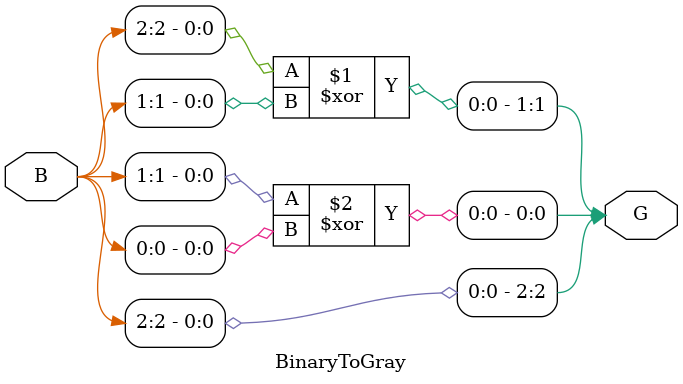
<source format=v>
module BinaryToGray(B, G);

	input [2:0] B;
	output [2:0] G;

	assign G[2] = B[2];
	assign G[1] = B[2] ^ B[1];
	assign G[0] = B[1] ^ B[0];

endmodule
</source>
